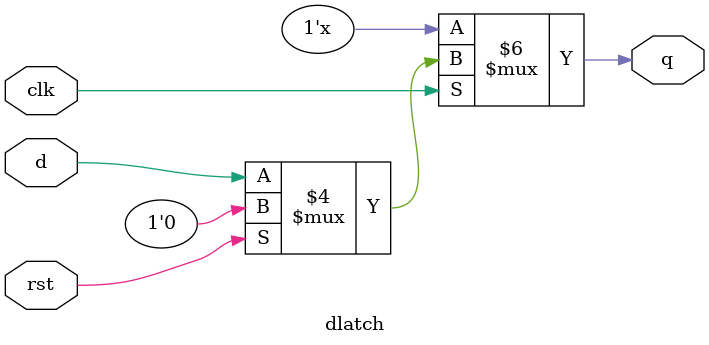
<source format=v>
module dlatch(d,clk,rst,q);
	input d,clk,rst;
	output reg q;
		always @(d,clk,rst) begin
			if (clk)
				if(rst)
				q <= 1'b0;
				else
				q <= d;
				else
				q <= q;
		end
endmodule
</source>
